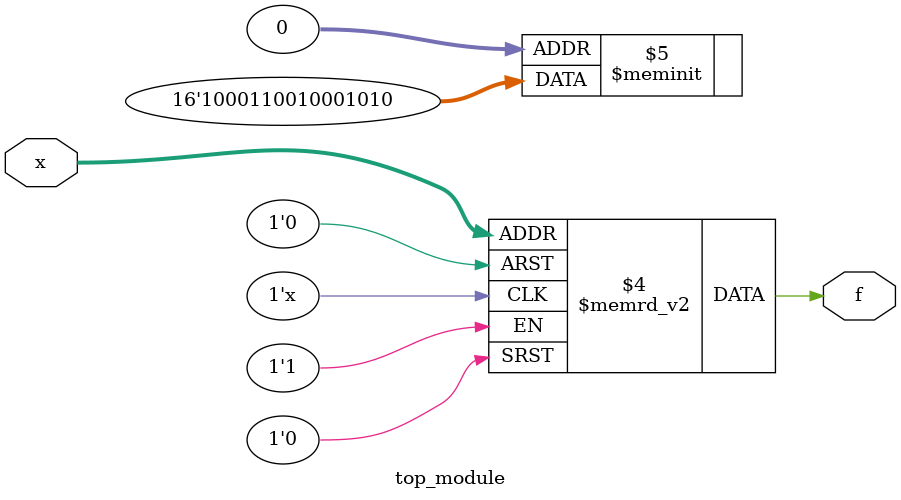
<source format=sv>
module top_module (
    input [4:1] x,
    output logic f
);

always_comb begin
    case ({x[4], x[3], x[2], x[1]})
        4'b0000, 4'b0010, 4'b1100, 4'b1110: f = 1'b0;
        4'b0001, 4'b0011: f = 1'b1;
        4'b0111, 4'b1010, 4'b1011, 4'b1111: f = 1'b1;
        default: f = 1'b0; // Don't-care condition
    endcase
end

endmodule

</source>
